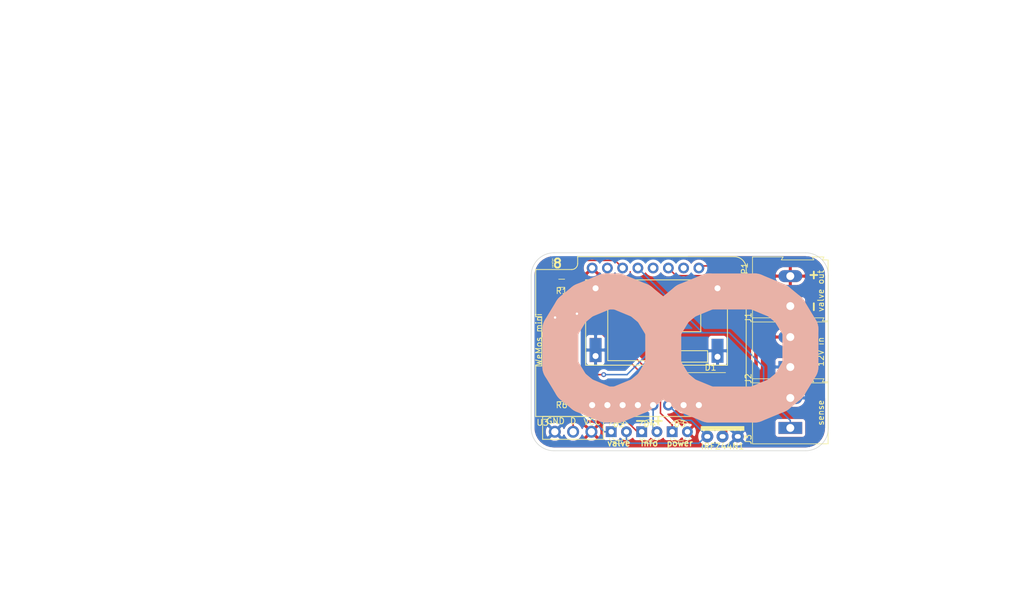
<source format=kicad_pcb>
(kicad_pcb (version 20171130) (host pcbnew 5.1.2)
  (layers (0 F.Cu signal) (31 B.Cu signal) (34 B.Paste user) (35 F.Paste user) (36 B.SilkS user) (37 F.SilkS user) (38 B.Mask user) (39 F.Mask user) (44 Edge.Cuts user))
  (net 0 "")
  (net 1 "Net-(D1-Pad2)")
  (net 2 +12V)
  (net 3 "Net-(D2-Pad1)")
  (net 4 +3V3)
  (net 5 "Net-(D3-Pad1)")
  (net 6 "Net-(D4-Pad1)")
  (net 7 GND)
  (net 8 "Net-(JP1-Pad1)")
  (net 9 "Net-(JP1-Pad2)")
  (net 10 "Net-(U2-Pad1)")
  (net 11 "Net-(U2-Pad15)")
  (net 12 "Net-(U2-Pad3)")
  (net 13 "Net-(U2-Pad12)")
  (net 14 "Net-(U2-Pad10)")
  (net 15 "Net-(U2-Pad7)")
  (net 16 "Net-(U2-Pad8)")
  (net 17 "Net-(U2-Pad4)")
  (net 18 valve)
  (net 19 info)
  (net 20 sense)
  (net 21 temp)
  (module "" (layer F.Cu) (at 29.845 -2.54)
    (fp_text reference "" (at 170.18 99.695) (layer F.SilkS) (effects (font (size 1.27 1.27))))
    (fp_text value "" (at 170.18 99.695) (layer F.SilkS) (effects (font (size 1.27 1.27))))
    (fp_text user sense (at 136.525 68.58 90) (layer F.SilkS))
    (fp_text user "valve out" (at 136.525 48.26 90) (layer F.SilkS))
    (fp_text user "12V in" (at 136.525 58.42 90) (layer F.SilkS))
  )
  (module LEDs:LED_D3.0mm (layer F.Cu) (at 136.525 69.215)
    (fp_text reference D4 (at 1.27 -1.27) (layer F.SilkS))
    (fp_text value info)
    (fp_arc (start 1.27 0) (end -0.29 -1.235516) (angle 108.8) (layer F.SilkS) (width 0.12))
    (fp_arc (start 1.27 0) (end -0.29 1.235516) (angle -108.8) (layer F.SilkS) (width 0.12))
    (fp_arc (start 1.27 0) (end 0.229039 -1.08) (angle 87.9) (layer F.SilkS) (width 0.12))
    (fp_arc (start 1.27 0) (end 0.229039 1.08) (angle -87.9) (layer F.SilkS) (width 0.12))
    (fp_line (start -0.29 -1.236) (end -0.29 -1.08) (layer F.SilkS) (width 0.12))
    (fp_line (start -0.29 1.08) (end -0.29 1.236) (layer F.SilkS) (width 0.12))
    (pad 1 thru_hole rect (at 0 0) (size 1.8 1.8) (drill 0.9) (layers *.Cu *.Mask) (net 6 "Net-(D4-Pad1)"))
    (pad 2 thru_hole circle (at 2.54 0) (size 1.8 1.8) (drill 0.9) (layers *.Cu *.Mask) (net 19 info))
  )
  (module custom:temperature_sensor (layer F.Cu) (at 125.095 71.755)
    (fp_text reference U3 (at -5.08 -4.064) (layer F.SilkS))
    (fp_text value DS18B20)
    (fp_text user GND (at -2.921 -4.318) (layer F.SilkS))
    (fp_text user D (at 0 -4.318) (layer F.SilkS))
    (fp_text user VCC (at 3.175 -4.191) (layer F.SilkS))
    (fp_line (start -5.08 -5.08) (end 5.08 -5.08) (layer F.SilkS) (width 0.15))
    (fp_line (start 5.08 -5.08) (end 5.08 -1.27) (layer F.SilkS) (width 0.15))
    (fp_line (start 5.08 -1.27) (end -5.08 -1.27) (layer F.SilkS) (width 0.15))
    (fp_line (start -5.08 -1.27) (end -5.08 -5.08) (layer F.SilkS) (width 0.15))
    (pad 1 thru_hole circle (at -3.048 -2.54) (size 2 2) (drill 1.2) (layers *.Cu *.Mask) (net 7 GND))
    (pad 2 thru_hole circle (at 0 -2.54) (size 2 2) (drill 1.2) (layers *.Cu *.Mask) (net 21 temp))
    (pad 3 thru_hole circle (at 3.048 -2.54) (size 2 2) (drill 1.2) (layers *.Cu *.Mask) (net 4 +3V3))
  )
  (module LEDs:LED_D3.0mm (layer F.Cu) (at 131.445 69.215)
    (fp_text reference D2 (at 1.27 -1.27) (layer F.SilkS))
    (fp_text value valve)
    (fp_line (start -0.29 1.08) (end -0.29 1.236) (layer F.SilkS) (width 0.12))
    (fp_line (start -0.29 -1.236) (end -0.29 -1.08) (layer F.SilkS) (width 0.12))
    (fp_arc (start 1.27 0) (end 0.229039 1.08) (angle -87.9) (layer F.SilkS) (width 0.12))
    (fp_arc (start 1.27 0) (end 0.229039 -1.08) (angle 87.9) (layer F.SilkS) (width 0.12))
    (fp_arc (start 1.27 0) (end -0.29 1.235516) (angle -108.8) (layer F.SilkS) (width 0.12))
    (fp_arc (start 1.27 0) (end -0.29 -1.235516) (angle 108.8) (layer F.SilkS) (width 0.12))
    (pad 2 thru_hole circle (at 2.54 0) (size 1.8 1.8) (drill 0.9) (layers *.Cu *.Mask) (net 18 valve))
    (pad 1 thru_hole rect (at 0 0) (size 1.8 1.8) (drill 0.9) (layers *.Cu *.Mask) (net 3 "Net-(D2-Pad1)"))
  )
  (module LEDs:LED_D3.0mm (layer F.Cu) (at 141.605 69.215)
    (fp_text reference D3 (at 1.27 -1.27) (layer F.SilkS))
    (fp_text value LED)
    (fp_line (start -0.29 1.08) (end -0.29 1.236) (layer F.SilkS) (width 0.12))
    (fp_line (start -0.29 -1.236) (end -0.29 -1.08) (layer F.SilkS) (width 0.12))
    (fp_arc (start 1.27 0) (end 0.229039 1.08) (angle -87.9) (layer F.SilkS) (width 0.12))
    (fp_arc (start 1.27 0) (end 0.229039 -1.08) (angle 87.9) (layer F.SilkS) (width 0.12))
    (fp_arc (start 1.27 0) (end -0.29 1.235516) (angle -108.8) (layer F.SilkS) (width 0.12))
    (fp_arc (start 1.27 0) (end -0.29 -1.235516) (angle 108.8) (layer F.SilkS) (width 0.12))
    (pad 2 thru_hole circle (at 2.54 0) (size 1.8 1.8) (drill 0.9) (layers *.Cu *.Mask) (net 4 +3V3))
    (pad 1 thru_hole rect (at 0 0) (size 1.8 1.8) (drill 0.9) (layers *.Cu *.Mask) (net 5 "Net-(D3-Pad1)"))
  )
  (module Connectors_Terminal_Blocks:TerminalBlock_Altech_AK300-2_P5.00mm (layer F.Cu) (at 161.29 48.26 90)
    (fp_text reference J1 (at -1.92 -6.99 90) (layer F.SilkS))
    (fp_text value "valve out")
    (fp_line (start 8.2 -6.3) (end -2.65 -6.3) (layer F.SilkS) (width 0.12))
    (fp_line (start 8.2 -1.2) (end 8.2 -6.3) (layer F.SilkS) (width 0.12))
    (fp_line (start 7.7 -1.5) (end 8.2 -1.2) (layer F.SilkS) (width 0.12))
    (fp_line (start 7.7 3.9) (end 7.7 -1.5) (layer F.SilkS) (width 0.12))
    (fp_line (start 8.2 3.65) (end 7.7 3.9) (layer F.SilkS) (width 0.12))
    (fp_line (start 8.2 3.7) (end 8.2 3.65) (layer F.SilkS) (width 0.12))
    (fp_line (start 8.2 5.6) (end 8.2 3.7) (layer F.SilkS) (width 0.12))
    (fp_line (start 7.7 5.35) (end 8.2 5.6) (layer F.SilkS) (width 0.12))
    (fp_line (start 7.7 6.3) (end 7.7 5.35) (layer F.SilkS) (width 0.12))
    (fp_line (start -2.65 6.3) (end 7.7 6.3) (layer F.SilkS) (width 0.12))
    (fp_line (start -2.65 -6.3) (end -2.65 6.3) (layer F.SilkS) (width 0.12))
    (pad 2 thru_hole oval (at 5 0 90) (size 1.98 3.96) (drill 1.32) (layers *.Cu *.Mask) (net 2 +12V))
    (pad 1 thru_hole rect (at 0 0 90) (size 1.98 3.96) (drill 1.32) (layers *.Cu *.Mask) (net 1 "Net-(D1-Pad2)"))
  )
  (module Connectors_Terminal_Blocks:TerminalBlock_Altech_AK300-2_P5.00mm (layer F.Cu) (at 161.29 58.42 90)
    (fp_text reference J2 (at -1.92 -6.99 90) (layer F.SilkS))
    (fp_text value "12V in")
    (fp_line (start -2.65 -6.3) (end -2.65 6.3) (layer F.SilkS) (width 0.12))
    (fp_line (start -2.65 6.3) (end 7.7 6.3) (layer F.SilkS) (width 0.12))
    (fp_line (start 7.7 6.3) (end 7.7 5.35) (layer F.SilkS) (width 0.12))
    (fp_line (start 7.7 5.35) (end 8.2 5.6) (layer F.SilkS) (width 0.12))
    (fp_line (start 8.2 5.6) (end 8.2 3.7) (layer F.SilkS) (width 0.12))
    (fp_line (start 8.2 3.7) (end 8.2 3.65) (layer F.SilkS) (width 0.12))
    (fp_line (start 8.2 3.65) (end 7.7 3.9) (layer F.SilkS) (width 0.12))
    (fp_line (start 7.7 3.9) (end 7.7 -1.5) (layer F.SilkS) (width 0.12))
    (fp_line (start 7.7 -1.5) (end 8.2 -1.2) (layer F.SilkS) (width 0.12))
    (fp_line (start 8.2 -1.2) (end 8.2 -6.3) (layer F.SilkS) (width 0.12))
    (fp_line (start 8.2 -6.3) (end -2.65 -6.3) (layer F.SilkS) (width 0.12))
    (pad 1 thru_hole rect (at 0 0 90) (size 1.98 3.96) (drill 1.32) (layers *.Cu *.Mask) (net 7 GND))
    (pad 2 thru_hole oval (at 5 0 90) (size 1.98 3.96) (drill 1.32) (layers *.Cu *.Mask) (net 2 +12V))
  )
  (module Connectors_Terminal_Blocks:TerminalBlock_Altech_AK300-2_P5.00mm (layer F.Cu) (at 161.29 68.58 90)
    (fp_text reference J3 (at -1.92 -6.99 90) (layer F.SilkS))
    (fp_text value sense)
    (fp_line (start 8.2 -6.3) (end -2.65 -6.3) (layer F.SilkS) (width 0.12))
    (fp_line (start 8.2 -1.2) (end 8.2 -6.3) (layer F.SilkS) (width 0.12))
    (fp_line (start 7.7 -1.5) (end 8.2 -1.2) (layer F.SilkS) (width 0.12))
    (fp_line (start 7.7 3.9) (end 7.7 -1.5) (layer F.SilkS) (width 0.12))
    (fp_line (start 8.2 3.65) (end 7.7 3.9) (layer F.SilkS) (width 0.12))
    (fp_line (start 8.2 3.7) (end 8.2 3.65) (layer F.SilkS) (width 0.12))
    (fp_line (start 8.2 5.6) (end 8.2 3.7) (layer F.SilkS) (width 0.12))
    (fp_line (start 7.7 5.35) (end 8.2 5.6) (layer F.SilkS) (width 0.12))
    (fp_line (start 7.7 6.3) (end 7.7 5.35) (layer F.SilkS) (width 0.12))
    (fp_line (start -2.65 6.3) (end 7.7 6.3) (layer F.SilkS) (width 0.12))
    (fp_line (start -2.65 -6.3) (end -2.65 6.3) (layer F.SilkS) (width 0.12))
    (pad 2 thru_hole oval (at 5 0 90) (size 1.98 3.96) (drill 1.32) (layers *.Cu *.Mask) (net 7 GND))
    (pad 1 thru_hole rect (at 0 0 90) (size 1.98 3.96) (drill 1.32) (layers *.Cu *.Mask) (net 20 sense))
  )
  (module custom:jumper (layer F.Cu) (at 151.13 42.3672 90)
    (fp_text reference JP1 (at 0 2.54 90) (layer F.SilkS))
    (fp_text value deepsleep)
    (pad 1 smd trapezoid (at -0.8128 0 90) (size 1.524 1.524) (rect_delta -1 0) (layers F.Cu F.Paste F.Mask) (net 8 "Net-(JP1-Pad1)"))
    (pad 2 smd trapezoid (at 0.8128 0 90) (size 1.524 1.524) (rect_delta 1 0) (layers F.Cu F.Paste F.Mask) (net 9 "Net-(JP1-Pad2)"))
  )
  (module Resistors_SMD:R_0603_HandSoldering (layer F.Cu) (at 123.19 44.45)
    (fp_text reference R1 (at 0 1.27) (layer F.SilkS))
    (fp_text value 20K)
    (fp_line (start 0.5 0.68) (end -0.5 0.68) (layer F.SilkS) (width 0.12))
    (fp_line (start -0.5 -0.68) (end 0.5 -0.68) (layer F.SilkS) (width 0.12))
    (pad 1 smd rect (at -1.1 0) (size 1.2 0.9) (layers F.Cu F.Paste F.Mask) (net 7 GND))
    (pad 2 smd rect (at 1.1 0) (size 1.2 0.9) (layers F.Cu F.Paste F.Mask) (net 18 valve))
  )
  (module Resistors_SMD:R_0603_HandSoldering (layer F.Cu) (at 123.19 48.26)
    (fp_text reference R2 (at 0 1.27) (layer F.SilkS))
    (fp_text value 1K)
    (fp_line (start -0.5 -0.68) (end 0.5 -0.68) (layer F.SilkS) (width 0.12))
    (fp_line (start 0.5 0.68) (end -0.5 0.68) (layer F.SilkS) (width 0.12))
    (pad 2 smd rect (at 1.1 0) (size 1.2 0.9) (layers F.Cu F.Paste F.Mask) (net 3 "Net-(D2-Pad1)"))
    (pad 1 smd rect (at -1.1 0) (size 1.2 0.9) (layers F.Cu F.Paste F.Mask) (net 7 GND))
  )
  (module Resistors_SMD:R_0603_HandSoldering (layer F.Cu) (at 123.19 52.07 180)
    (fp_text reference R3 (at 0 -1.27 180) (layer F.SilkS))
    (fp_text value 1K)
    (fp_line (start 0.5 0.68) (end -0.5 0.68) (layer F.SilkS) (width 0.12))
    (fp_line (start -0.5 -0.68) (end 0.5 -0.68) (layer F.SilkS) (width 0.12))
    (pad 1 smd rect (at -1.1 0 180) (size 1.2 0.9) (layers F.Cu F.Paste F.Mask) (net 5 "Net-(D3-Pad1)"))
    (pad 2 smd rect (at 1.1 0 180) (size 1.2 0.9) (layers F.Cu F.Paste F.Mask) (net 7 GND))
  )
  (module Resistors_SMD:R_0603_HandSoldering (layer F.Cu) (at 123.19 55.88)
    (fp_text reference R4 (at 0 1.27) (layer F.SilkS))
    (fp_text value 240)
    (fp_line (start -0.5 -0.68) (end 0.5 -0.68) (layer F.SilkS) (width 0.12))
    (fp_line (start 0.5 0.68) (end -0.5 0.68) (layer F.SilkS) (width 0.12))
    (pad 2 smd rect (at 1.1 0) (size 1.2 0.9) (layers F.Cu F.Paste F.Mask) (net 6 "Net-(D4-Pad1)"))
    (pad 1 smd rect (at -1.1 0) (size 1.2 0.9) (layers F.Cu F.Paste F.Mask) (net 7 GND))
  )
  (module Resistors_SMD:R_0603_HandSoldering (layer F.Cu) (at 123.19 59.69 180)
    (fp_text reference R5 (at 0 -1.45 180) (layer F.SilkS))
    (fp_text value 330)
    (fp_line (start 0.5 0.68) (end -0.5 0.68) (layer F.SilkS) (width 0.12))
    (fp_line (start -0.5 -0.68) (end 0.5 -0.68) (layer F.SilkS) (width 0.12))
    (pad 1 smd rect (at -1.1 0 180) (size 1.2 0.9) (layers F.Cu F.Paste F.Mask) (net 20 sense))
    (pad 2 smd rect (at 1.1 0 180) (size 1.2 0.9) (layers F.Cu F.Paste F.Mask) (net 4 +3V3))
  )
  (module Resistors_SMD:R_0603_HandSoldering (layer F.Cu) (at 123.19 63.5 180)
    (fp_text reference R6 (at 0 -1.27 180) (layer F.SilkS))
    (fp_text value 4K7)
    (fp_line (start -0.5 -0.68) (end 0.5 -0.68) (layer F.SilkS) (width 0.12))
    (fp_line (start 0.5 0.68) (end -0.5 0.68) (layer F.SilkS) (width 0.12))
    (pad 2 smd rect (at 1.1 0 180) (size 1.2 0.9) (layers F.Cu F.Paste F.Mask) (net 21 temp))
    (pad 1 smd rect (at -1.1 0 180) (size 1.2 0.9) (layers F.Cu F.Paste F.Mask) (net 4 +3V3))
  )
  (module custom:stepdown (layer F.Cu) (at 139 51 180)
    (fp_text reference U1 (at 0.254 4.318 180) (layer F.SilkS))
    (fp_text value stepdown)
    (fp_line (start -1.524 -1.524) (end -1.524 2.159) (layer F.SilkS) (width 0.15))
    (fp_line (start -7.366 -1.524) (end -1.524 -1.524) (layer F.SilkS) (width 0.15))
    (fp_line (start -7.366 2.159) (end -7.366 -1.524) (layer F.SilkS) (width 0.15))
    (fp_line (start -1.524 2.159) (end -7.366 2.159) (layer F.SilkS) (width 0.15))
    (fp_line (start -8.509 -4.699) (end -8.509 -6.604) (layer F.SilkS) (width 0.15))
    (fp_line (start -3.175 -4.699) (end -8.509 -4.699) (layer F.SilkS) (width 0.15))
    (fp_line (start -3.175 -6.604) (end -3.175 -4.699) (layer F.SilkS) (width 0.15))
    (fp_line (start -8.509 -6.604) (end -3.175 -6.604) (layer F.SilkS) (width 0.15))
    (fp_line (start 0.127 2.286) (end 8.128 2.286) (layer F.SilkS) (width 0.15))
    (fp_line (start 0.127 -6.35) (end 0.127 2.286) (layer F.SilkS) (width 0.15))
    (fp_line (start 8.128 -6.35) (end 0.127 -6.35) (layer F.SilkS) (width 0.15))
    (fp_line (start 8.128 2.286) (end 8.128 -6.35) (layer F.SilkS) (width 0.15))
    (fp_line (start -11.811 7.112) (end -11.811 -7.112) (layer F.SilkS) (width 0.15))
    (fp_line (start 11.811 7.112) (end -11.811 7.112) (layer F.SilkS) (width 0.15))
    (fp_line (start 11.811 -7.112) (end 11.811 7.112) (layer F.SilkS) (width 0.15))
    (fp_line (start -11.811 -7.112) (end 11.811 -7.112) (layer F.SilkS) (width 0.15))
    (pad 4 thru_hole rect (at 10.16 5.715 180) (size 2 4) (drill 1 (offset 0 -1)) (layers *.Cu *.Mask) (net 4 +3V3))
    (pad 2 thru_hole rect (at 10.16 -5.588 180) (size 2 4) (drill 1 (offset 0 1)) (layers *.Cu *.Mask) (net 7 GND))
    (pad 3 thru_hole rect (at -10.16 5.715 180) (size 2 4) (drill 1 (offset 0 -1)) (layers *.Cu *.Mask) (net 2 +12V))
    (pad 1 thru_hole rect (at -10.16 -5.715 180) (size 2 4) (drill 1 (offset 0 1)) (layers *.Cu *.Mask) (net 7 GND))
  )
  (module custom:wemos (layer F.Cu) (at 137.16 53.34)
    (fp_text reference U2 (at -16.51 0.635 90) (layer F.SilkS))
    (fp_text value WeMos_mini (at -17.78 0.508 90) (layer F.SilkS))
    (fp_line (start -18.3 13.33) (end 14.78 13.33) (layer F.SilkS) (width 0.15))
    (fp_line (start 16.78 11.33) (end 16.78 -11.33) (layer F.SilkS) (width 0.15))
    (fp_line (start 14.78 -13.33) (end -11.3 -13.33) (layer F.SilkS) (width 0.15))
    (fp_line (start -18.3 -11.18) (end -18.3 -3.32) (layer F.SilkS) (width 0.15))
    (fp_line (start -18.3 -3.32) (end -17.3 -3.32) (layer F.SilkS) (width 0.15))
    (fp_line (start -17.3 -3.32) (end -17.3 4.9) (layer F.SilkS) (width 0.15))
    (fp_line (start -17.3 4.9) (end -18.3 4.9) (layer F.SilkS) (width 0.15))
    (fp_line (start -18.3 4.9) (end -18.3 13.329999) (layer F.SilkS) (width 0.15))
    (fp_arc (start 14.78 -11.33) (end 14.78 -13.33) (angle 90) (layer F.SilkS) (width 0.15))
    (fp_arc (start 14.78 11.33) (end 16.78 11.33) (angle 90) (layer F.SilkS) (width 0.15))
    (fp_line (start -18.3 -11.18) (end -12.3 -11.18) (layer F.SilkS) (width 0.15))
    (fp_arc (start -12.3 -12.18) (end -11.3 -12.18) (angle 90) (layer F.SilkS) (width 0.15))
    (fp_line (start -11.3 -12.17) (end -11.3 -13.33) (layer F.SilkS) (width 0.15))
    (fp_line (start -11.3 -13.33) (end -11.3 -13.33) (layer F.SilkS) (width 0.15))
    (pad 16 thru_hole circle (at -8.89 -11.43) (size 1.8 1.8) (drill 1.016) (layers *.Cu *.Mask) (net 4 +3V3))
    (pad 1 thru_hole circle (at -8.89 11.43) (size 1.8 1.8) (drill 1.016) (layers *.Cu *.Mask) (net 10 "Net-(U2-Pad1)"))
    (pad 15 thru_hole circle (at -6.35 -11.43) (size 1.8 1.8) (drill 1.016) (layers *.Cu *.Mask) (net 11 "Net-(U2-Pad15)"))
    (pad 2 thru_hole circle (at -6.35 11.43) (size 1.8 1.8) (drill 1.016) (layers *.Cu *.Mask) (net 7 GND))
    (pad 14 thru_hole circle (at -3.81 -11.43) (size 1.8 1.8) (drill 1.016) (layers *.Cu *.Mask) (net 21 temp))
    (pad 3 thru_hole circle (at -3.81 11.43) (size 1.8 1.8) (drill 1.016) (layers *.Cu *.Mask) (net 12 "Net-(U2-Pad3)"))
    (pad 13 thru_hole circle (at -1.27 -11.43) (size 1.8 1.8) (drill 1.016) (layers *.Cu *.Mask) (net 20 sense))
    (pad 4 thru_hole circle (at -1.27 11.43) (size 1.8 1.8) (drill 1.016) (layers *.Cu *.Mask) (net 17 "Net-(U2-Pad4)"))
    (pad 12 thru_hole circle (at 1.27 -11.43) (size 1.8 1.8) (drill 1.016) (layers *.Cu *.Mask) (net 13 "Net-(U2-Pad12)"))
    (pad 5 thru_hole circle (at 1.27 11.43) (size 1.8 1.8) (drill 1.016) (layers *.Cu *.Mask) (net 19 info))
    (pad 11 thru_hole circle (at 3.81 -11.43) (size 1.8 1.8) (drill 1.016) (layers *.Cu *.Mask) (net 8 "Net-(JP1-Pad1)"))
    (pad 6 thru_hole circle (at 3.81 11.43) (size 1.8 1.8) (drill 1.016) (layers *.Cu *.Mask) (net 18 valve))
    (pad 10 thru_hole circle (at 6.35 -11.43) (size 1.8 1.8) (drill 1.016) (layers *.Cu *.Mask) (net 14 "Net-(U2-Pad10)"))
    (pad 7 thru_hole circle (at 6.35 11.43) (size 1.8 1.8) (drill 1.016) (layers *.Cu *.Mask) (net 15 "Net-(U2-Pad7)"))
    (pad 9 thru_hole circle (at 8.89 -11.43) (size 1.8 1.8) (drill 1.016) (layers *.Cu *.Mask) (net 9 "Net-(JP1-Pad2)"))
    (pad 8 thru_hole circle (at 8.89 11.43) (size 1.8 1.8) (drill 1.016) (layers *.Cu *.Mask) (net 16 "Net-(U2-Pad8)"))
  )
  (module Diodes_SMD:D_SMA_Handsoldering (layer F.Cu) (at 148 61)
    (fp_text reference D1 (at 0 -2.5) (layer F.SilkS))
    (fp_text value " ")
    (fp_line (start -4.4 -1.65) (end 2.5 -1.65) (layer F.SilkS) (width 0.12))
    (fp_line (start -4.4 1.65) (end 2.5 1.65) (layer F.SilkS) (width 0.12))
    (fp_line (start -4.4 -1.65) (end -4.4 1.65) (layer F.SilkS) (width 0.12))
    (pad 2 smd rect (at 2.5 0) (size 3.5 1.8) (layers F.Cu F.Paste F.Mask) (net 1 "Net-(D1-Pad2)"))
    (pad 1 smd rect (at -2.5 0) (size 3.5 1.8) (layers F.Cu F.Paste F.Mask) (net 2 +12V))
  )
  (module custom:irlz44n_vertical (layer F.Cu) (at 150 70 270)
    (fp_text reference IRFZ44N1 (at 1.651 0 180) (layer F.SilkS))
    (fp_text value " ")
    (fp_poly (pts (xy -1.651 -3.556) (xy -1.651 3.556) (xy -1.016 3.556) (xy -1.016 -3.556)) (layer F.SilkS) (width 0.15))
    (pad 2 thru_hole circle (at 0 2.54 270) (size 2 2) (drill oval 0.762 1) (layers *.Cu *.Mask) (net 18 valve))
    (pad 3 thru_hole circle (at 0 0 270) (size 2 2) (drill oval 0.762 1) (layers *.Cu *.Mask) (net 1 "Net-(D1-Pad2)"))
    (pad 1 thru_hole circle (at 0 -2.54 270) (size 2 2) (drill oval 0.762 1) (layers *.Cu *.Mask) (net 7 GND))
  )
  (gr_text version (at 121.666 41.0845 90) (layer F.SilkS) (effects (font (size 0.3 0.3) (thickness 0.05))))
  (gr_text "- +\n" (at 137.795 67.31) (layer F.SilkS) (effects (font (size 1.5 1.5) (thickness 0.3))))
  (gr_text power (at 142.875 71.12) (layer F.SilkS) (effects (font (size 1 1) (thickness 0.2))))
  (gr_text info (at 137.795 71.12) (layer F.SilkS) (effects (font (size 1 1) (thickness 0.2))))
  (gr_text valve (at 132.715 71.12) (layer F.SilkS) (effects (font (size 1 1) (thickness 0.2))))
  (gr_text 8 (at 144.78 55.245 90) (layer B.SilkS) (effects (font (size 40 33) (thickness 6)) (justify mirror)))
  (gr_text 8 (at 122.4915 41.148) (layer F.SilkS) (effects (font (size 1.5 1.5) (thickness 0.3))))
  (gr_text "-   +" (at 165.1 45.72 90) (layer F.SilkS) (effects (font (size 1.5 1.5) (thickness 0.3))))
  (gr_text "-   +" (at 165.1 55.88 90) (layer F.SilkS) (effects (font (size 1.5 1.5) (thickness 0.3))))
  (gr_line (start 163.83 72.39) (end 121.92 72.39) (layer Edge.Cuts) (width 0.1))
  (gr_line (start 121.92 39.37) (end 163.83 39.37) (layer Edge.Cuts) (width 0.1))
  (gr_line (start 118.11 43.18) (end 118.11 68.58) (layer Edge.Cuts) (width 0.1))
  (gr_line (start 167.64 43.18) (end 167.64 68.58) (layer Edge.Cuts) (width 0.1))
  (gr_arc (start 121.92 68.58) (end 118.11 68.58) (angle -90) (layer Edge.Cuts) (width 0.1))
  (gr_arc (start 163.83 68.58) (end 163.83 72.39) (angle -90) (layer Edge.Cuts) (width 0.1))
  (gr_arc (start 163.83 43.18) (end 167.64 43.18) (angle -90) (layer Edge.Cuts) (width 0.1))
  (gr_arc (start 121.92 43.18) (end 121.92 39.37) (angle -90) (layer Edge.Cuts) (width 0.1))
  (segment (start 155.575 58.42) (end 152.995 61) (width 0.6) (layer F.Cu) (net 1))
  (segment (start 161.29 48.26) (end 155.575 53.975) (width 0.6) (layer F.Cu) (net 1))
  (segment (start 152.995 61) (end 150.5 61) (width 0.6) (layer F.Cu) (net 1))
  (segment (start 155.575 53.975) (end 155.575 58.42) (width 0.6) (layer F.Cu) (net 1))
  (segment (start 150.5 69.5) (end 150 70) (width 0.6) (layer F.Cu) (net 1))
  (segment (start 150.5 61) (end 150.5 69.5) (width 0.6) (layer F.Cu) (net 1))
  (segment (start 140.97 64.77) (end 143.51 67.31) (width 0.25) (layer B.Cu) (net 18))
  (segment (start 144.78 67.31) (end 147.32 69.85) (width 0.25) (layer B.Cu) (net 18))
  (segment (start 143.51 67.31) (end 144.78 67.31) (width 0.25) (layer B.Cu) (net 18))
  (segment (start 133.985 69.215) (end 133.985 70.485) (width 0.25) (layer B.Cu) (net 18))
  (segment (start 133.985 70.485) (end 134.62 71.12) (width 0.25) (layer B.Cu) (net 18))
  (segment (start 134.62 71.12) (end 146.05 71.12) (width 0.25) (layer B.Cu) (net 18))
  (segment (start 146.05 71.12) (end 147.32 69.85) (width 0.25) (layer B.Cu) (net 18))
  (segment (start 140.97 62.370002) (end 140.97 64.77) (width 0.25) (layer F.Cu) (net 18))
  (segment (start 124.29 44.45) (end 124.29 45.690002) (width 0.25) (layer F.Cu) (net 18))
  (segment (start 124.29 45.690002) (end 140.97 62.370002) (width 0.25) (layer F.Cu) (net 18))
  (segment (start 130.295 69.215) (end 125.73 64.65) (width 0.25) (layer B.Cu) (net 3))
  (segment (start 131.445 69.215) (end 130.295 69.215) (width 0.25) (layer B.Cu) (net 3))
  (via (at 125.73 49.53) (size 0.8) (drill 0.4) (layers F.Cu B.Cu) (net 3))
  (segment (start 125.73 64.65) (end 125.73 49.7) (width 0.25) (layer B.Cu) (net 3))
  (segment (start 125.56 49.53) (end 124.29 48.26) (width 0.25) (layer F.Cu) (net 3))
  (segment (start 125.73 49.53) (end 125.56 49.53) (width 0.25) (layer F.Cu) (net 3))
  (segment (start 124.46 63.67) (end 124.29 63.5) (width 0.25) (layer F.Cu) (net 4))
  (segment (start 134.62 42.543) (end 134.62 43.18) (width 0.25) (layer F.Cu) (net 4))
  (segment (start 125.14 52.07) (end 124.29 52.07) (width 0.25) (layer F.Cu) (net 5))
  (segment (start 129.07 52.07) (end 125.14 52.07) (width 0.25) (layer F.Cu) (net 5))
  (segment (start 139.655001 62.655001) (end 129.07 52.07) (width 0.25) (layer F.Cu) (net 5))
  (segment (start 139.655001 66.115001) (end 139.655001 62.655001) (width 0.25) (layer F.Cu) (net 5))
  (segment (start 141.605 69.215) (end 141.605 68.065) (width 0.25) (layer F.Cu) (net 5))
  (segment (start 141.605 68.065) (end 139.655001 66.115001) (width 0.25) (layer F.Cu) (net 5))
  (segment (start 124.46 61.595) (end 123.19 60.325) (width 0.25) (layer F.Cu) (net 6))
  (segment (start 124.29 56.58) (end 124.29 55.88) (width 0.25) (layer F.Cu) (net 6))
  (segment (start 125.095 61.595) (end 124.46 61.595) (width 0.25) (layer F.Cu) (net 6))
  (segment (start 123.19 57.68) (end 124.29 56.58) (width 0.25) (layer F.Cu) (net 6))
  (segment (start 136.525 69.215) (end 135.798002 69.215) (width 0.25) (layer F.Cu) (net 6))
  (segment (start 126.365 65.405) (end 126.365 62.865) (width 0.25) (layer F.Cu) (net 6))
  (segment (start 135.798002 69.215) (end 133.258002 66.675) (width 0.25) (layer F.Cu) (net 6))
  (segment (start 123.19 60.325) (end 123.19 57.68) (width 0.25) (layer F.Cu) (net 6))
  (segment (start 133.258002 66.675) (end 127.635 66.675) (width 0.25) (layer F.Cu) (net 6))
  (segment (start 126.365 62.865) (end 125.095 61.595) (width 0.25) (layer F.Cu) (net 6))
  (segment (start 127.635 66.675) (end 126.365 65.405) (width 0.25) (layer F.Cu) (net 6))
  (segment (start 138.43 68.58) (end 139.065 69.215) (width 0.25) (layer B.Cu) (net 19))
  (segment (start 138.43 64.77) (end 138.43 68.58) (width 0.25) (layer B.Cu) (net 19))
  (segment (start 122.09 44.45) (end 122.09 50.165) (width 0.25) (layer F.Cu) (net 7))
  (segment (start 122.09 50.165) (end 122.09 55.88) (width 0.25) (layer F.Cu) (net 7))
  (via (at 122.09 50.165) (size 0.8) (drill 0.4) (layers F.Cu B.Cu) (net 7))
  (segment (start 156.845 62.895) (end 161.29 67.34) (width 0.25) (layer B.Cu) (net 20))
  (segment (start 156.845 58.42) (end 156.845 62.895) (width 0.25) (layer B.Cu) (net 20))
  (segment (start 151.13 52.705) (end 156.845 58.42) (width 0.25) (layer B.Cu) (net 20))
  (segment (start 161.29 67.34) (end 161.29 68.58) (width 0.25) (layer B.Cu) (net 20))
  (segment (start 135.89 41.91) (end 146.685 52.705) (width 0.25) (layer B.Cu) (net 20))
  (segment (start 146.685 52.705) (end 151.13 52.705) (width 0.25) (layer B.Cu) (net 20))
  (via (at 130.19 59.69) (size 0.8) (drill 0.4) (layers F.Cu B.Cu) (net 20))
  (segment (start 141.061998 52.705) (end 134.076998 59.69) (width 0.25) (layer B.Cu) (net 20))
  (segment (start 146.685 52.705) (end 141.061998 52.705) (width 0.25) (layer B.Cu) (net 20))
  (segment (start 124.29 59.69) (end 130.19 59.69) (width 0.25) (layer F.Cu) (net 20))
  (segment (start 134.076998 59.69) (end 130.19 59.69) (width 0.25) (layer B.Cu) (net 20))
  (segment (start 142.24 43.18) (end 140.97 41.91) (width 0.25) (layer F.Cu) (net 8))
  (segment (start 151.13 43.18) (end 142.24 43.18) (width 0.25) (layer F.Cu) (net 8))
  (segment (start 146.4056 41.5544) (end 146.05 41.91) (width 0.25) (layer F.Cu) (net 9))
  (segment (start 151.13 41.5544) (end 146.4056 41.5544) (width 0.25) (layer F.Cu) (net 9))
  (segment (start 125.095 67.800787) (end 125.095 69.215) (width 0.25) (layer F.Cu) (net 21))
  (segment (start 125.095 66.355) (end 125.095 67.800787) (width 0.25) (layer F.Cu) (net 21))
  (segment (start 122.24 63.5) (end 125.095 66.355) (width 0.25) (layer F.Cu) (net 21))
  (segment (start 122.09 63.5) (end 122.24 63.5) (width 0.25) (layer F.Cu) (net 21))
  (segment (start 120.015 42.545) (end 121.92 40.64) (width 0.25) (layer F.Cu) (net 21))
  (segment (start 120.015 61.575) (end 120.015 42.545) (width 0.25) (layer F.Cu) (net 21))
  (segment (start 132.08 40.64) (end 133.35 41.91) (width 0.25) (layer F.Cu) (net 21))
  (segment (start 122.09 63.5) (end 121.94 63.5) (width 0.25) (layer F.Cu) (net 21))
  (segment (start 121.94 63.5) (end 120.015 61.575) (width 0.25) (layer F.Cu) (net 21))
  (segment (start 121.92 40.64) (end 132.08 40.64) (width 0.25) (layer F.Cu) (net 21))
  (zone (net 7) (net_name GND) (layer B.Cu) (connect_pads (clearance 0.508)) (min_thickness 0.254) (fill yes (arc_segments 16) (thermal_gap 0.508) (thermal_bridge_width 0.508) (smoothing fillet) (radius 4))
    (polygon (pts (xy 118.11 39.37) (xy 167.64 39.37) (xy 167.64 72.39) (xy 118.11 72.39)))
  )
  (zone (net 2) (net_name +12V) (layer F.Cu) (connect_pads (clearance 0.508)) (min_thickness 0.254) (fill yes (arc_segments 16) (thermal_gap 0.508) (thermal_bridge_width 0.508) (smoothing fillet) (radius 4))
    (polygon (pts (xy 167.64 62.865) (xy 167.64 39.37) (xy 142.24 39.37) (xy 142.24 62.865)))
  )
  (zone (net 4) (net_name +3V3) (layer F.Cu) (connect_pads (clearance 0.508)) (min_thickness 0.254) (fill yes (arc_segments 16) (thermal_gap 0.508) (thermal_bridge_width 0.508) (smoothing fillet) (radius 4))
    (polygon (pts (xy 141.605 39.37) (xy 141.605 63.5) (xy 167.005 63.5) (xy 167.64 63.5) (xy 167.64 72.39) (xy 118.11 72.39) (xy 118.11 39.37)))
  )
)
</source>
